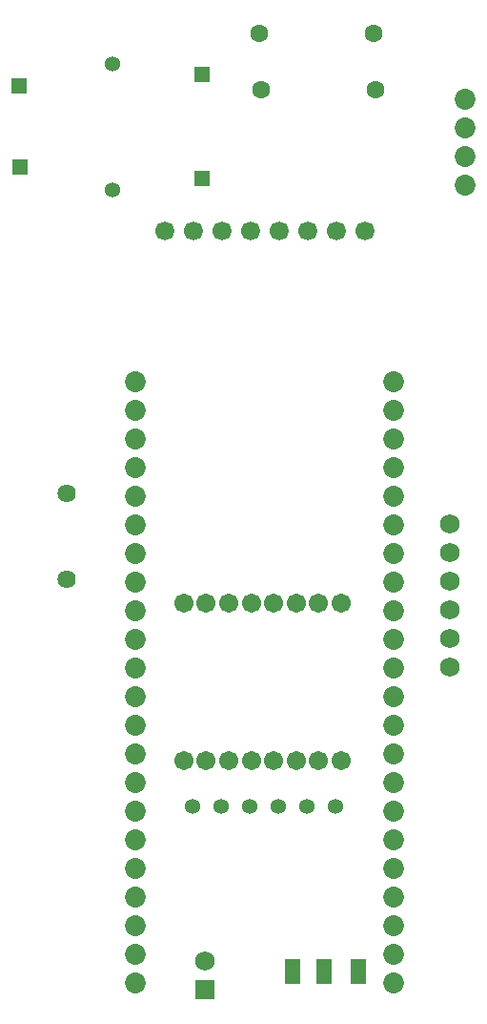
<source format=gts>
G04 Layer: TopSolderMaskLayer*
G04 EasyEDA v6.5.47, 2024-12-05 12:15:10*
G04 a8db0baa4c074055b0eece098b67d136,1af081c9d9ee461384659aa0797497b1,10*
G04 Gerber Generator version 0.2*
G04 Scale: 100 percent, Rotated: No, Reflected: No *
G04 Dimensions in millimeters *
G04 leading zeros omitted , absolute positions ,4 integer and 5 decimal *
%FSLAX45Y45*%
%MOMM*%

%AMMACRO1*4,1,8,-0.651,-0.6807,-0.6807,-0.6507,-0.6807,0.651,-0.651,0.6807,0.6507,0.6807,0.6807,0.651,0.6807,-0.6507,0.6507,-0.6807,-0.651,-0.6807,0*%
%AMMACRO2*4,1,8,-0.6511,-0.6807,-0.6808,-0.6507,-0.6808,0.651,-0.6511,0.6807,0.6509,0.6807,0.6808,0.651,0.6808,-0.6507,0.6509,-0.6807,-0.6511,-0.6807,0*%
%AMMACRO3*4,1,8,-0.6269,-1.1417,-0.6566,-1.1118,-0.6566,1.112,-0.6269,1.1417,0.6266,1.1417,0.6566,1.112,0.6566,-1.1118,0.6266,-1.1417,-0.6269,-1.1417,0*%
%AMMACRO4*4,1,8,-0.8466,-0.8763,-0.8763,-0.8463,-0.8763,0.8466,-0.8466,0.8763,0.8463,0.8763,0.8763,0.8466,0.8763,-0.8463,0.8463,-0.8763,-0.8466,-0.8763,0*%
%ADD10C,1.6916*%
%ADD11C,1.3616*%
%ADD12MACRO1*%
%ADD13MACRO2*%
%ADD14MACRO3*%
%ADD15MACRO4*%
%ADD16C,1.7526*%
%ADD17C,1.7032*%
%ADD18C,1.6016*%
%ADD19C,1.7272*%
%ADD20C,1.8516*%
%ADD21C,1.8516*%
%ADD22C,1.6256*%

%LPD*%
D10*
G01*
X1917700Y8043392D03*
G01*
X2171700Y8043392D03*
G01*
X2425700Y8043392D03*
G01*
X2679700Y8043392D03*
G01*
X2933700Y8043392D03*
G01*
X3187700Y8043392D03*
G01*
X3441700Y8043392D03*
G01*
X3695700Y8043392D03*
D11*
G01*
X1447901Y8407400D03*
G01*
X1447901Y9525000D03*
D12*
G01*
X2247900Y8507399D03*
G01*
X2247900Y9425000D03*
D13*
G01*
X626706Y8607399D03*
D12*
G01*
X620699Y9325000D03*
D14*
G01*
X3048000Y1473200D03*
G01*
X3327400Y1473200D03*
G01*
X3632200Y1473200D03*
D15*
G01*
X2273300Y1308100D03*
D16*
G01*
X2273300Y1562100D03*
D17*
G01*
X2081301Y3338601D03*
G01*
X2281300Y3338601D03*
G01*
X2481300Y3338601D03*
G01*
X2681300Y3338601D03*
G01*
X2881299Y3338601D03*
G01*
X3081299Y3338601D03*
G01*
X3281299Y3338601D03*
G01*
X3481298Y3338601D03*
G01*
X3481298Y4738598D03*
G01*
X3281299Y4738598D03*
G01*
X3081299Y4738598D03*
G01*
X2881299Y4738598D03*
G01*
X2681300Y4738598D03*
G01*
X2481300Y4738598D03*
G01*
X2281300Y4738598D03*
G01*
X2081301Y4738598D03*
D18*
G01*
X2755900Y9791700D03*
G01*
X3771900Y9791700D03*
G01*
X3784600Y9296400D03*
G01*
X2768600Y9296400D03*
D19*
G01*
X4445000Y5442991D03*
G01*
X4445000Y5188991D03*
G01*
X4445000Y4934991D03*
G01*
X4445000Y4680991D03*
G01*
X4445000Y4426991D03*
G01*
X4445000Y4172991D03*
D20*
G01*
X1650111Y6699986D03*
G01*
X1650111Y6445986D03*
G01*
X1650111Y6191986D03*
G01*
X1650111Y5937986D03*
G01*
X1650111Y5683986D03*
G01*
X1650111Y5429986D03*
G01*
X1650111Y5175986D03*
G01*
X1650111Y4921986D03*
G01*
X1650111Y4667986D03*
G01*
X1650111Y4413986D03*
G01*
X1650111Y4159986D03*
G01*
X1650111Y3905986D03*
G01*
X1650111Y3651986D03*
G01*
X1650111Y3397986D03*
G01*
X1650111Y3143986D03*
G01*
X1650111Y2889986D03*
G01*
X1650111Y2635986D03*
G01*
X1650111Y2381986D03*
G01*
X1650111Y2127986D03*
G01*
X1650111Y1873986D03*
G01*
X1650111Y1619986D03*
G01*
X1650111Y1365986D03*
G01*
X3950106Y1365986D03*
G01*
X3950106Y1619986D03*
G01*
X3950106Y1873986D03*
G01*
X3950106Y2127986D03*
G01*
X3950106Y2381986D03*
G01*
X3950106Y2635986D03*
G01*
X3950106Y2889986D03*
G01*
X3950106Y3143986D03*
G01*
X3950106Y3397986D03*
G01*
X3950106Y3651986D03*
G01*
X3950106Y3905986D03*
G01*
X3950106Y4159986D03*
G01*
X3950106Y4413986D03*
G01*
X3950106Y4667986D03*
G01*
X3950106Y4921986D03*
G01*
X3950106Y5175986D03*
G01*
X3950106Y5429986D03*
G01*
X3950106Y5683986D03*
G01*
X3950106Y5937986D03*
G01*
X3950106Y6191986D03*
G01*
X3950106Y6445986D03*
G01*
X3950106Y6699986D03*
D11*
G01*
X2159000Y2934588D03*
G01*
X2413000Y2934588D03*
G01*
X2667000Y2934588D03*
G01*
X2921000Y2934588D03*
G01*
X3175000Y2934588D03*
G01*
X3429000Y2934588D03*
D20*
G01*
X4584700Y8445500D03*
D21*
G01*
X4584700Y8699500D03*
G01*
X4584700Y8953500D03*
G01*
X4584700Y9207500D03*
D22*
G01*
X1041400Y4953000D03*
G01*
X1041400Y5715000D03*
M02*

</source>
